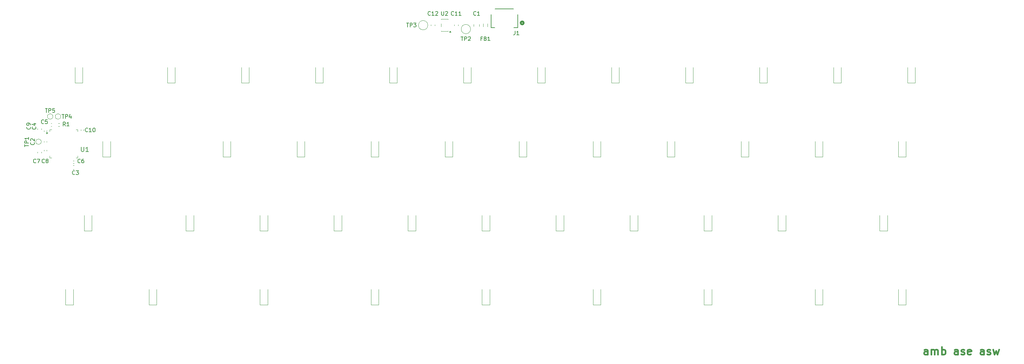
<source format=gbr>
%TF.GenerationSoftware,KiCad,Pcbnew,9.99.0-5522-g400384cf72*%
%TF.CreationDate,2026-02-12T00:01:38-08:00*%
%TF.ProjectId,amb-kb,616d622d-6b62-42e6-9b69-6361645f7063,rev?*%
%TF.SameCoordinates,Original*%
%TF.FileFunction,Legend,Top*%
%TF.FilePolarity,Positive*%
%FSLAX46Y46*%
G04 Gerber Fmt 4.6, Leading zero omitted, Abs format (unit mm)*
G04 Created by KiCad (PCBNEW 9.99.0-5522-g400384cf72) date 2026-02-12 00:01:38*
%MOMM*%
%LPD*%
G01*
G04 APERTURE LIST*
%ADD10C,0.400000*%
%ADD11C,0.180000*%
%ADD12C,0.200000*%
%ADD13C,0.120000*%
%ADD14C,0.152400*%
%ADD15C,0.508000*%
G04 APERTURE END LIST*
D10*
X255922916Y-142104139D02*
X255922916Y-141056520D01*
X255922916Y-141056520D02*
X255827678Y-140866043D01*
X255827678Y-140866043D02*
X255637202Y-140770805D01*
X255637202Y-140770805D02*
X255256249Y-140770805D01*
X255256249Y-140770805D02*
X255065773Y-140866043D01*
X255922916Y-142008901D02*
X255732440Y-142104139D01*
X255732440Y-142104139D02*
X255256249Y-142104139D01*
X255256249Y-142104139D02*
X255065773Y-142008901D01*
X255065773Y-142008901D02*
X254970535Y-141818424D01*
X254970535Y-141818424D02*
X254970535Y-141627948D01*
X254970535Y-141627948D02*
X255065773Y-141437472D01*
X255065773Y-141437472D02*
X255256249Y-141342234D01*
X255256249Y-141342234D02*
X255732440Y-141342234D01*
X255732440Y-141342234D02*
X255922916Y-141246996D01*
X256875297Y-142104139D02*
X256875297Y-140770805D01*
X256875297Y-140961281D02*
X256970535Y-140866043D01*
X256970535Y-140866043D02*
X257161011Y-140770805D01*
X257161011Y-140770805D02*
X257446726Y-140770805D01*
X257446726Y-140770805D02*
X257637202Y-140866043D01*
X257637202Y-140866043D02*
X257732440Y-141056520D01*
X257732440Y-141056520D02*
X257732440Y-142104139D01*
X257732440Y-141056520D02*
X257827678Y-140866043D01*
X257827678Y-140866043D02*
X258018154Y-140770805D01*
X258018154Y-140770805D02*
X258303868Y-140770805D01*
X258303868Y-140770805D02*
X258494345Y-140866043D01*
X258494345Y-140866043D02*
X258589583Y-141056520D01*
X258589583Y-141056520D02*
X258589583Y-142104139D01*
X259541964Y-142104139D02*
X259541964Y-140104139D01*
X259541964Y-140866043D02*
X259732440Y-140770805D01*
X259732440Y-140770805D02*
X260113393Y-140770805D01*
X260113393Y-140770805D02*
X260303869Y-140866043D01*
X260303869Y-140866043D02*
X260399107Y-140961281D01*
X260399107Y-140961281D02*
X260494345Y-141151758D01*
X260494345Y-141151758D02*
X260494345Y-141723186D01*
X260494345Y-141723186D02*
X260399107Y-141913662D01*
X260399107Y-141913662D02*
X260303869Y-142008901D01*
X260303869Y-142008901D02*
X260113393Y-142104139D01*
X260113393Y-142104139D02*
X259732440Y-142104139D01*
X259732440Y-142104139D02*
X259541964Y-142008901D01*
X263732441Y-142104139D02*
X263732441Y-141056520D01*
X263732441Y-141056520D02*
X263637203Y-140866043D01*
X263637203Y-140866043D02*
X263446727Y-140770805D01*
X263446727Y-140770805D02*
X263065774Y-140770805D01*
X263065774Y-140770805D02*
X262875298Y-140866043D01*
X263732441Y-142008901D02*
X263541965Y-142104139D01*
X263541965Y-142104139D02*
X263065774Y-142104139D01*
X263065774Y-142104139D02*
X262875298Y-142008901D01*
X262875298Y-142008901D02*
X262780060Y-141818424D01*
X262780060Y-141818424D02*
X262780060Y-141627948D01*
X262780060Y-141627948D02*
X262875298Y-141437472D01*
X262875298Y-141437472D02*
X263065774Y-141342234D01*
X263065774Y-141342234D02*
X263541965Y-141342234D01*
X263541965Y-141342234D02*
X263732441Y-141246996D01*
X264589584Y-142008901D02*
X264780060Y-142104139D01*
X264780060Y-142104139D02*
X265161012Y-142104139D01*
X265161012Y-142104139D02*
X265351489Y-142008901D01*
X265351489Y-142008901D02*
X265446727Y-141818424D01*
X265446727Y-141818424D02*
X265446727Y-141723186D01*
X265446727Y-141723186D02*
X265351489Y-141532710D01*
X265351489Y-141532710D02*
X265161012Y-141437472D01*
X265161012Y-141437472D02*
X264875298Y-141437472D01*
X264875298Y-141437472D02*
X264684822Y-141342234D01*
X264684822Y-141342234D02*
X264589584Y-141151758D01*
X264589584Y-141151758D02*
X264589584Y-141056520D01*
X264589584Y-141056520D02*
X264684822Y-140866043D01*
X264684822Y-140866043D02*
X264875298Y-140770805D01*
X264875298Y-140770805D02*
X265161012Y-140770805D01*
X265161012Y-140770805D02*
X265351489Y-140866043D01*
X267065775Y-142008901D02*
X266875299Y-142104139D01*
X266875299Y-142104139D02*
X266494346Y-142104139D01*
X266494346Y-142104139D02*
X266303870Y-142008901D01*
X266303870Y-142008901D02*
X266208632Y-141818424D01*
X266208632Y-141818424D02*
X266208632Y-141056520D01*
X266208632Y-141056520D02*
X266303870Y-140866043D01*
X266303870Y-140866043D02*
X266494346Y-140770805D01*
X266494346Y-140770805D02*
X266875299Y-140770805D01*
X266875299Y-140770805D02*
X267065775Y-140866043D01*
X267065775Y-140866043D02*
X267161013Y-141056520D01*
X267161013Y-141056520D02*
X267161013Y-141246996D01*
X267161013Y-141246996D02*
X266208632Y-141437472D01*
X270399109Y-142104139D02*
X270399109Y-141056520D01*
X270399109Y-141056520D02*
X270303871Y-140866043D01*
X270303871Y-140866043D02*
X270113395Y-140770805D01*
X270113395Y-140770805D02*
X269732442Y-140770805D01*
X269732442Y-140770805D02*
X269541966Y-140866043D01*
X270399109Y-142008901D02*
X270208633Y-142104139D01*
X270208633Y-142104139D02*
X269732442Y-142104139D01*
X269732442Y-142104139D02*
X269541966Y-142008901D01*
X269541966Y-142008901D02*
X269446728Y-141818424D01*
X269446728Y-141818424D02*
X269446728Y-141627948D01*
X269446728Y-141627948D02*
X269541966Y-141437472D01*
X269541966Y-141437472D02*
X269732442Y-141342234D01*
X269732442Y-141342234D02*
X270208633Y-141342234D01*
X270208633Y-141342234D02*
X270399109Y-141246996D01*
X271256252Y-142008901D02*
X271446728Y-142104139D01*
X271446728Y-142104139D02*
X271827680Y-142104139D01*
X271827680Y-142104139D02*
X272018157Y-142008901D01*
X272018157Y-142008901D02*
X272113395Y-141818424D01*
X272113395Y-141818424D02*
X272113395Y-141723186D01*
X272113395Y-141723186D02*
X272018157Y-141532710D01*
X272018157Y-141532710D02*
X271827680Y-141437472D01*
X271827680Y-141437472D02*
X271541966Y-141437472D01*
X271541966Y-141437472D02*
X271351490Y-141342234D01*
X271351490Y-141342234D02*
X271256252Y-141151758D01*
X271256252Y-141151758D02*
X271256252Y-141056520D01*
X271256252Y-141056520D02*
X271351490Y-140866043D01*
X271351490Y-140866043D02*
X271541966Y-140770805D01*
X271541966Y-140770805D02*
X271827680Y-140770805D01*
X271827680Y-140770805D02*
X272018157Y-140866043D01*
X272780062Y-140770805D02*
X273161014Y-142104139D01*
X273161014Y-142104139D02*
X273541967Y-141151758D01*
X273541967Y-141151758D02*
X273922919Y-142104139D01*
X273922919Y-142104139D02*
X274303871Y-140770805D01*
D11*
X149756250Y-58752960D02*
X149756250Y-59467245D01*
X149756250Y-59467245D02*
X149708631Y-59610102D01*
X149708631Y-59610102D02*
X149613393Y-59705341D01*
X149613393Y-59705341D02*
X149470536Y-59752960D01*
X149470536Y-59752960D02*
X149375298Y-59752960D01*
X150756250Y-59752960D02*
X150184822Y-59752960D01*
X150470536Y-59752960D02*
X150470536Y-58752960D01*
X150470536Y-58752960D02*
X150375298Y-58895817D01*
X150375298Y-58895817D02*
X150280060Y-58991055D01*
X150280060Y-58991055D02*
X150184822Y-59038674D01*
X26347604Y-83466367D02*
X26395224Y-83513986D01*
X26395224Y-83513986D02*
X26442843Y-83656843D01*
X26442843Y-83656843D02*
X26442843Y-83752081D01*
X26442843Y-83752081D02*
X26395224Y-83894938D01*
X26395224Y-83894938D02*
X26299985Y-83990176D01*
X26299985Y-83990176D02*
X26204747Y-84037795D01*
X26204747Y-84037795D02*
X26014271Y-84085414D01*
X26014271Y-84085414D02*
X25871414Y-84085414D01*
X25871414Y-84085414D02*
X25680938Y-84037795D01*
X25680938Y-84037795D02*
X25585700Y-83990176D01*
X25585700Y-83990176D02*
X25490462Y-83894938D01*
X25490462Y-83894938D02*
X25442843Y-83752081D01*
X25442843Y-83752081D02*
X25442843Y-83656843D01*
X25442843Y-83656843D02*
X25490462Y-83513986D01*
X25490462Y-83513986D02*
X25538081Y-83466367D01*
X25776176Y-82609224D02*
X26442843Y-82609224D01*
X25395224Y-82847319D02*
X26109509Y-83085414D01*
X26109509Y-83085414D02*
X26109509Y-82466367D01*
D12*
X38075298Y-88644443D02*
X38075298Y-89615872D01*
X38075298Y-89615872D02*
X38132441Y-89730158D01*
X38132441Y-89730158D02*
X38189584Y-89787301D01*
X38189584Y-89787301D02*
X38303869Y-89844443D01*
X38303869Y-89844443D02*
X38532441Y-89844443D01*
X38532441Y-89844443D02*
X38646726Y-89787301D01*
X38646726Y-89787301D02*
X38703869Y-89730158D01*
X38703869Y-89730158D02*
X38761012Y-89615872D01*
X38761012Y-89615872D02*
X38761012Y-88644443D01*
X39961012Y-89844443D02*
X39275298Y-89844443D01*
X39618155Y-89844443D02*
X39618155Y-88644443D01*
X39618155Y-88644443D02*
X39503869Y-88815872D01*
X39503869Y-88815872D02*
X39389584Y-88930158D01*
X39389584Y-88930158D02*
X39275298Y-88987301D01*
D11*
X135827679Y-60252960D02*
X136399107Y-60252960D01*
X136113393Y-61252960D02*
X136113393Y-60252960D01*
X136732441Y-61252960D02*
X136732441Y-60252960D01*
X136732441Y-60252960D02*
X137113393Y-60252960D01*
X137113393Y-60252960D02*
X137208631Y-60300579D01*
X137208631Y-60300579D02*
X137256250Y-60348198D01*
X137256250Y-60348198D02*
X137303869Y-60443436D01*
X137303869Y-60443436D02*
X137303869Y-60586293D01*
X137303869Y-60586293D02*
X137256250Y-60681531D01*
X137256250Y-60681531D02*
X137208631Y-60729150D01*
X137208631Y-60729150D02*
X137113393Y-60776769D01*
X137113393Y-60776769D02*
X136732441Y-60776769D01*
X137684822Y-60348198D02*
X137732441Y-60300579D01*
X137732441Y-60300579D02*
X137827679Y-60252960D01*
X137827679Y-60252960D02*
X138065774Y-60252960D01*
X138065774Y-60252960D02*
X138161012Y-60300579D01*
X138161012Y-60300579D02*
X138208631Y-60348198D01*
X138208631Y-60348198D02*
X138256250Y-60443436D01*
X138256250Y-60443436D02*
X138256250Y-60538674D01*
X138256250Y-60538674D02*
X138208631Y-60681531D01*
X138208631Y-60681531D02*
X137637203Y-61252960D01*
X137637203Y-61252960D02*
X138256250Y-61252960D01*
X37822917Y-92657721D02*
X37775298Y-92705341D01*
X37775298Y-92705341D02*
X37632441Y-92752960D01*
X37632441Y-92752960D02*
X37537203Y-92752960D01*
X37537203Y-92752960D02*
X37394346Y-92705341D01*
X37394346Y-92705341D02*
X37299108Y-92610102D01*
X37299108Y-92610102D02*
X37251489Y-92514864D01*
X37251489Y-92514864D02*
X37203870Y-92324388D01*
X37203870Y-92324388D02*
X37203870Y-92181531D01*
X37203870Y-92181531D02*
X37251489Y-91991055D01*
X37251489Y-91991055D02*
X37299108Y-91895817D01*
X37299108Y-91895817D02*
X37394346Y-91800579D01*
X37394346Y-91800579D02*
X37537203Y-91752960D01*
X37537203Y-91752960D02*
X37632441Y-91752960D01*
X37632441Y-91752960D02*
X37775298Y-91800579D01*
X37775298Y-91800579D02*
X37822917Y-91848198D01*
X38680060Y-91752960D02*
X38489584Y-91752960D01*
X38489584Y-91752960D02*
X38394346Y-91800579D01*
X38394346Y-91800579D02*
X38346727Y-91848198D01*
X38346727Y-91848198D02*
X38251489Y-91991055D01*
X38251489Y-91991055D02*
X38203870Y-92181531D01*
X38203870Y-92181531D02*
X38203870Y-92562483D01*
X38203870Y-92562483D02*
X38251489Y-92657721D01*
X38251489Y-92657721D02*
X38299108Y-92705341D01*
X38299108Y-92705341D02*
X38394346Y-92752960D01*
X38394346Y-92752960D02*
X38584822Y-92752960D01*
X38584822Y-92752960D02*
X38680060Y-92705341D01*
X38680060Y-92705341D02*
X38727679Y-92657721D01*
X38727679Y-92657721D02*
X38775298Y-92562483D01*
X38775298Y-92562483D02*
X38775298Y-92324388D01*
X38775298Y-92324388D02*
X38727679Y-92229150D01*
X38727679Y-92229150D02*
X38680060Y-92181531D01*
X38680060Y-92181531D02*
X38584822Y-92133912D01*
X38584822Y-92133912D02*
X38394346Y-92133912D01*
X38394346Y-92133912D02*
X38299108Y-92181531D01*
X38299108Y-92181531D02*
X38251489Y-92229150D01*
X38251489Y-92229150D02*
X38203870Y-92324388D01*
X33127679Y-80252960D02*
X33699107Y-80252960D01*
X33413393Y-81252960D02*
X33413393Y-80252960D01*
X34032441Y-81252960D02*
X34032441Y-80252960D01*
X34032441Y-80252960D02*
X34413393Y-80252960D01*
X34413393Y-80252960D02*
X34508631Y-80300579D01*
X34508631Y-80300579D02*
X34556250Y-80348198D01*
X34556250Y-80348198D02*
X34603869Y-80443436D01*
X34603869Y-80443436D02*
X34603869Y-80586293D01*
X34603869Y-80586293D02*
X34556250Y-80681531D01*
X34556250Y-80681531D02*
X34508631Y-80729150D01*
X34508631Y-80729150D02*
X34413393Y-80776769D01*
X34413393Y-80776769D02*
X34032441Y-80776769D01*
X35461012Y-80586293D02*
X35461012Y-81252960D01*
X35222917Y-80205341D02*
X34984822Y-80919626D01*
X34984822Y-80919626D02*
X35603869Y-80919626D01*
X139672917Y-54657721D02*
X139625298Y-54705341D01*
X139625298Y-54705341D02*
X139482441Y-54752960D01*
X139482441Y-54752960D02*
X139387203Y-54752960D01*
X139387203Y-54752960D02*
X139244346Y-54705341D01*
X139244346Y-54705341D02*
X139149108Y-54610102D01*
X139149108Y-54610102D02*
X139101489Y-54514864D01*
X139101489Y-54514864D02*
X139053870Y-54324388D01*
X139053870Y-54324388D02*
X139053870Y-54181531D01*
X139053870Y-54181531D02*
X139101489Y-53991055D01*
X139101489Y-53991055D02*
X139149108Y-53895817D01*
X139149108Y-53895817D02*
X139244346Y-53800579D01*
X139244346Y-53800579D02*
X139387203Y-53752960D01*
X139387203Y-53752960D02*
X139482441Y-53752960D01*
X139482441Y-53752960D02*
X139625298Y-53800579D01*
X139625298Y-53800579D02*
X139672917Y-53848198D01*
X140625298Y-54752960D02*
X140053870Y-54752960D01*
X140339584Y-54752960D02*
X140339584Y-53752960D01*
X140339584Y-53752960D02*
X140244346Y-53895817D01*
X140244346Y-53895817D02*
X140149108Y-53991055D01*
X140149108Y-53991055D02*
X140053870Y-54038674D01*
X34022917Y-83252960D02*
X33689584Y-82776769D01*
X33451489Y-83252960D02*
X33451489Y-82252960D01*
X33451489Y-82252960D02*
X33832441Y-82252960D01*
X33832441Y-82252960D02*
X33927679Y-82300579D01*
X33927679Y-82300579D02*
X33975298Y-82348198D01*
X33975298Y-82348198D02*
X34022917Y-82443436D01*
X34022917Y-82443436D02*
X34022917Y-82586293D01*
X34022917Y-82586293D02*
X33975298Y-82681531D01*
X33975298Y-82681531D02*
X33927679Y-82729150D01*
X33927679Y-82729150D02*
X33832441Y-82776769D01*
X33832441Y-82776769D02*
X33451489Y-82776769D01*
X34975298Y-83252960D02*
X34403870Y-83252960D01*
X34689584Y-83252960D02*
X34689584Y-82252960D01*
X34689584Y-82252960D02*
X34594346Y-82395817D01*
X34594346Y-82395817D02*
X34499108Y-82491055D01*
X34499108Y-82491055D02*
X34403870Y-82538674D01*
X127946726Y-54657721D02*
X127899107Y-54705341D01*
X127899107Y-54705341D02*
X127756250Y-54752960D01*
X127756250Y-54752960D02*
X127661012Y-54752960D01*
X127661012Y-54752960D02*
X127518155Y-54705341D01*
X127518155Y-54705341D02*
X127422917Y-54610102D01*
X127422917Y-54610102D02*
X127375298Y-54514864D01*
X127375298Y-54514864D02*
X127327679Y-54324388D01*
X127327679Y-54324388D02*
X127327679Y-54181531D01*
X127327679Y-54181531D02*
X127375298Y-53991055D01*
X127375298Y-53991055D02*
X127422917Y-53895817D01*
X127422917Y-53895817D02*
X127518155Y-53800579D01*
X127518155Y-53800579D02*
X127661012Y-53752960D01*
X127661012Y-53752960D02*
X127756250Y-53752960D01*
X127756250Y-53752960D02*
X127899107Y-53800579D01*
X127899107Y-53800579D02*
X127946726Y-53848198D01*
X128899107Y-54752960D02*
X128327679Y-54752960D01*
X128613393Y-54752960D02*
X128613393Y-53752960D01*
X128613393Y-53752960D02*
X128518155Y-53895817D01*
X128518155Y-53895817D02*
X128422917Y-53991055D01*
X128422917Y-53991055D02*
X128327679Y-54038674D01*
X129280060Y-53848198D02*
X129327679Y-53800579D01*
X129327679Y-53800579D02*
X129422917Y-53752960D01*
X129422917Y-53752960D02*
X129661012Y-53752960D01*
X129661012Y-53752960D02*
X129756250Y-53800579D01*
X129756250Y-53800579D02*
X129803869Y-53848198D01*
X129803869Y-53848198D02*
X129851488Y-53943436D01*
X129851488Y-53943436D02*
X129851488Y-54038674D01*
X129851488Y-54038674D02*
X129803869Y-54181531D01*
X129803869Y-54181531D02*
X129232441Y-54752960D01*
X129232441Y-54752960D02*
X129851488Y-54752960D01*
X133946726Y-54657721D02*
X133899107Y-54705341D01*
X133899107Y-54705341D02*
X133756250Y-54752960D01*
X133756250Y-54752960D02*
X133661012Y-54752960D01*
X133661012Y-54752960D02*
X133518155Y-54705341D01*
X133518155Y-54705341D02*
X133422917Y-54610102D01*
X133422917Y-54610102D02*
X133375298Y-54514864D01*
X133375298Y-54514864D02*
X133327679Y-54324388D01*
X133327679Y-54324388D02*
X133327679Y-54181531D01*
X133327679Y-54181531D02*
X133375298Y-53991055D01*
X133375298Y-53991055D02*
X133422917Y-53895817D01*
X133422917Y-53895817D02*
X133518155Y-53800579D01*
X133518155Y-53800579D02*
X133661012Y-53752960D01*
X133661012Y-53752960D02*
X133756250Y-53752960D01*
X133756250Y-53752960D02*
X133899107Y-53800579D01*
X133899107Y-53800579D02*
X133946726Y-53848198D01*
X134899107Y-54752960D02*
X134327679Y-54752960D01*
X134613393Y-54752960D02*
X134613393Y-53752960D01*
X134613393Y-53752960D02*
X134518155Y-53895817D01*
X134518155Y-53895817D02*
X134422917Y-53991055D01*
X134422917Y-53991055D02*
X134327679Y-54038674D01*
X135851488Y-54752960D02*
X135280060Y-54752960D01*
X135565774Y-54752960D02*
X135565774Y-53752960D01*
X135565774Y-53752960D02*
X135470536Y-53895817D01*
X135470536Y-53895817D02*
X135375298Y-53991055D01*
X135375298Y-53991055D02*
X135280060Y-54038674D01*
X141256250Y-60729150D02*
X140922917Y-60729150D01*
X140922917Y-61252960D02*
X140922917Y-60252960D01*
X140922917Y-60252960D02*
X141399107Y-60252960D01*
X142113393Y-60729150D02*
X142256250Y-60776769D01*
X142256250Y-60776769D02*
X142303869Y-60824388D01*
X142303869Y-60824388D02*
X142351488Y-60919626D01*
X142351488Y-60919626D02*
X142351488Y-61062483D01*
X142351488Y-61062483D02*
X142303869Y-61157721D01*
X142303869Y-61157721D02*
X142256250Y-61205341D01*
X142256250Y-61205341D02*
X142161012Y-61252960D01*
X142161012Y-61252960D02*
X141780060Y-61252960D01*
X141780060Y-61252960D02*
X141780060Y-60252960D01*
X141780060Y-60252960D02*
X142113393Y-60252960D01*
X142113393Y-60252960D02*
X142208631Y-60300579D01*
X142208631Y-60300579D02*
X142256250Y-60348198D01*
X142256250Y-60348198D02*
X142303869Y-60443436D01*
X142303869Y-60443436D02*
X142303869Y-60538674D01*
X142303869Y-60538674D02*
X142256250Y-60633912D01*
X142256250Y-60633912D02*
X142208631Y-60681531D01*
X142208631Y-60681531D02*
X142113393Y-60729150D01*
X142113393Y-60729150D02*
X141780060Y-60729150D01*
X143303869Y-61252960D02*
X142732441Y-61252960D01*
X143018155Y-61252960D02*
X143018155Y-60252960D01*
X143018155Y-60252960D02*
X142922917Y-60395817D01*
X142922917Y-60395817D02*
X142827679Y-60491055D01*
X142827679Y-60491055D02*
X142732441Y-60538674D01*
X39746726Y-84657721D02*
X39699107Y-84705341D01*
X39699107Y-84705341D02*
X39556250Y-84752960D01*
X39556250Y-84752960D02*
X39461012Y-84752960D01*
X39461012Y-84752960D02*
X39318155Y-84705341D01*
X39318155Y-84705341D02*
X39222917Y-84610102D01*
X39222917Y-84610102D02*
X39175298Y-84514864D01*
X39175298Y-84514864D02*
X39127679Y-84324388D01*
X39127679Y-84324388D02*
X39127679Y-84181531D01*
X39127679Y-84181531D02*
X39175298Y-83991055D01*
X39175298Y-83991055D02*
X39222917Y-83895817D01*
X39222917Y-83895817D02*
X39318155Y-83800579D01*
X39318155Y-83800579D02*
X39461012Y-83752960D01*
X39461012Y-83752960D02*
X39556250Y-83752960D01*
X39556250Y-83752960D02*
X39699107Y-83800579D01*
X39699107Y-83800579D02*
X39746726Y-83848198D01*
X40699107Y-84752960D02*
X40127679Y-84752960D01*
X40413393Y-84752960D02*
X40413393Y-83752960D01*
X40413393Y-83752960D02*
X40318155Y-83895817D01*
X40318155Y-83895817D02*
X40222917Y-83991055D01*
X40222917Y-83991055D02*
X40127679Y-84038674D01*
X41318155Y-83752960D02*
X41413393Y-83752960D01*
X41413393Y-83752960D02*
X41508631Y-83800579D01*
X41508631Y-83800579D02*
X41556250Y-83848198D01*
X41556250Y-83848198D02*
X41603869Y-83943436D01*
X41603869Y-83943436D02*
X41651488Y-84133912D01*
X41651488Y-84133912D02*
X41651488Y-84372007D01*
X41651488Y-84372007D02*
X41603869Y-84562483D01*
X41603869Y-84562483D02*
X41556250Y-84657721D01*
X41556250Y-84657721D02*
X41508631Y-84705341D01*
X41508631Y-84705341D02*
X41413393Y-84752960D01*
X41413393Y-84752960D02*
X41318155Y-84752960D01*
X41318155Y-84752960D02*
X41222917Y-84705341D01*
X41222917Y-84705341D02*
X41175298Y-84657721D01*
X41175298Y-84657721D02*
X41127679Y-84562483D01*
X41127679Y-84562483D02*
X41080060Y-84372007D01*
X41080060Y-84372007D02*
X41080060Y-84133912D01*
X41080060Y-84133912D02*
X41127679Y-83943436D01*
X41127679Y-83943436D02*
X41175298Y-83848198D01*
X41175298Y-83848198D02*
X41222917Y-83800579D01*
X41222917Y-83800579D02*
X41318155Y-83752960D01*
X121827679Y-56752960D02*
X122399107Y-56752960D01*
X122113393Y-57752960D02*
X122113393Y-56752960D01*
X122732441Y-57752960D02*
X122732441Y-56752960D01*
X122732441Y-56752960D02*
X123113393Y-56752960D01*
X123113393Y-56752960D02*
X123208631Y-56800579D01*
X123208631Y-56800579D02*
X123256250Y-56848198D01*
X123256250Y-56848198D02*
X123303869Y-56943436D01*
X123303869Y-56943436D02*
X123303869Y-57086293D01*
X123303869Y-57086293D02*
X123256250Y-57181531D01*
X123256250Y-57181531D02*
X123208631Y-57229150D01*
X123208631Y-57229150D02*
X123113393Y-57276769D01*
X123113393Y-57276769D02*
X122732441Y-57276769D01*
X123637203Y-56752960D02*
X124256250Y-56752960D01*
X124256250Y-56752960D02*
X123922917Y-57133912D01*
X123922917Y-57133912D02*
X124065774Y-57133912D01*
X124065774Y-57133912D02*
X124161012Y-57181531D01*
X124161012Y-57181531D02*
X124208631Y-57229150D01*
X124208631Y-57229150D02*
X124256250Y-57324388D01*
X124256250Y-57324388D02*
X124256250Y-57562483D01*
X124256250Y-57562483D02*
X124208631Y-57657721D01*
X124208631Y-57657721D02*
X124161012Y-57705341D01*
X124161012Y-57705341D02*
X124065774Y-57752960D01*
X124065774Y-57752960D02*
X123780060Y-57752960D01*
X123780060Y-57752960D02*
X123684822Y-57705341D01*
X123684822Y-57705341D02*
X123637203Y-57657721D01*
X28622917Y-92657721D02*
X28575298Y-92705341D01*
X28575298Y-92705341D02*
X28432441Y-92752960D01*
X28432441Y-92752960D02*
X28337203Y-92752960D01*
X28337203Y-92752960D02*
X28194346Y-92705341D01*
X28194346Y-92705341D02*
X28099108Y-92610102D01*
X28099108Y-92610102D02*
X28051489Y-92514864D01*
X28051489Y-92514864D02*
X28003870Y-92324388D01*
X28003870Y-92324388D02*
X28003870Y-92181531D01*
X28003870Y-92181531D02*
X28051489Y-91991055D01*
X28051489Y-91991055D02*
X28099108Y-91895817D01*
X28099108Y-91895817D02*
X28194346Y-91800579D01*
X28194346Y-91800579D02*
X28337203Y-91752960D01*
X28337203Y-91752960D02*
X28432441Y-91752960D01*
X28432441Y-91752960D02*
X28575298Y-91800579D01*
X28575298Y-91800579D02*
X28622917Y-91848198D01*
X29194346Y-92181531D02*
X29099108Y-92133912D01*
X29099108Y-92133912D02*
X29051489Y-92086293D01*
X29051489Y-92086293D02*
X29003870Y-91991055D01*
X29003870Y-91991055D02*
X29003870Y-91943436D01*
X29003870Y-91943436D02*
X29051489Y-91848198D01*
X29051489Y-91848198D02*
X29099108Y-91800579D01*
X29099108Y-91800579D02*
X29194346Y-91752960D01*
X29194346Y-91752960D02*
X29384822Y-91752960D01*
X29384822Y-91752960D02*
X29480060Y-91800579D01*
X29480060Y-91800579D02*
X29527679Y-91848198D01*
X29527679Y-91848198D02*
X29575298Y-91943436D01*
X29575298Y-91943436D02*
X29575298Y-91991055D01*
X29575298Y-91991055D02*
X29527679Y-92086293D01*
X29527679Y-92086293D02*
X29480060Y-92133912D01*
X29480060Y-92133912D02*
X29384822Y-92181531D01*
X29384822Y-92181531D02*
X29194346Y-92181531D01*
X29194346Y-92181531D02*
X29099108Y-92229150D01*
X29099108Y-92229150D02*
X29051489Y-92276769D01*
X29051489Y-92276769D02*
X29003870Y-92372007D01*
X29003870Y-92372007D02*
X29003870Y-92562483D01*
X29003870Y-92562483D02*
X29051489Y-92657721D01*
X29051489Y-92657721D02*
X29099108Y-92705341D01*
X29099108Y-92705341D02*
X29194346Y-92752960D01*
X29194346Y-92752960D02*
X29384822Y-92752960D01*
X29384822Y-92752960D02*
X29480060Y-92705341D01*
X29480060Y-92705341D02*
X29527679Y-92657721D01*
X29527679Y-92657721D02*
X29575298Y-92562483D01*
X29575298Y-92562483D02*
X29575298Y-92372007D01*
X29575298Y-92372007D02*
X29527679Y-92276769D01*
X29527679Y-92276769D02*
X29480060Y-92229150D01*
X29480060Y-92229150D02*
X29384822Y-92181531D01*
X25947604Y-87466367D02*
X25995224Y-87513986D01*
X25995224Y-87513986D02*
X26042843Y-87656843D01*
X26042843Y-87656843D02*
X26042843Y-87752081D01*
X26042843Y-87752081D02*
X25995224Y-87894938D01*
X25995224Y-87894938D02*
X25899985Y-87990176D01*
X25899985Y-87990176D02*
X25804747Y-88037795D01*
X25804747Y-88037795D02*
X25614271Y-88085414D01*
X25614271Y-88085414D02*
X25471414Y-88085414D01*
X25471414Y-88085414D02*
X25280938Y-88037795D01*
X25280938Y-88037795D02*
X25185700Y-87990176D01*
X25185700Y-87990176D02*
X25090462Y-87894938D01*
X25090462Y-87894938D02*
X25042843Y-87752081D01*
X25042843Y-87752081D02*
X25042843Y-87656843D01*
X25042843Y-87656843D02*
X25090462Y-87513986D01*
X25090462Y-87513986D02*
X25138081Y-87466367D01*
X25138081Y-87085414D02*
X25090462Y-87037795D01*
X25090462Y-87037795D02*
X25042843Y-86942557D01*
X25042843Y-86942557D02*
X25042843Y-86704462D01*
X25042843Y-86704462D02*
X25090462Y-86609224D01*
X25090462Y-86609224D02*
X25138081Y-86561605D01*
X25138081Y-86561605D02*
X25233319Y-86513986D01*
X25233319Y-86513986D02*
X25328557Y-86513986D01*
X25328557Y-86513986D02*
X25471414Y-86561605D01*
X25471414Y-86561605D02*
X26042843Y-87133033D01*
X26042843Y-87133033D02*
X26042843Y-86513986D01*
X28827679Y-78752960D02*
X29399107Y-78752960D01*
X29113393Y-79752960D02*
X29113393Y-78752960D01*
X29732441Y-79752960D02*
X29732441Y-78752960D01*
X29732441Y-78752960D02*
X30113393Y-78752960D01*
X30113393Y-78752960D02*
X30208631Y-78800579D01*
X30208631Y-78800579D02*
X30256250Y-78848198D01*
X30256250Y-78848198D02*
X30303869Y-78943436D01*
X30303869Y-78943436D02*
X30303869Y-79086293D01*
X30303869Y-79086293D02*
X30256250Y-79181531D01*
X30256250Y-79181531D02*
X30208631Y-79229150D01*
X30208631Y-79229150D02*
X30113393Y-79276769D01*
X30113393Y-79276769D02*
X29732441Y-79276769D01*
X31208631Y-78752960D02*
X30732441Y-78752960D01*
X30732441Y-78752960D02*
X30684822Y-79229150D01*
X30684822Y-79229150D02*
X30732441Y-79181531D01*
X30732441Y-79181531D02*
X30827679Y-79133912D01*
X30827679Y-79133912D02*
X31065774Y-79133912D01*
X31065774Y-79133912D02*
X31161012Y-79181531D01*
X31161012Y-79181531D02*
X31208631Y-79229150D01*
X31208631Y-79229150D02*
X31256250Y-79324388D01*
X31256250Y-79324388D02*
X31256250Y-79562483D01*
X31256250Y-79562483D02*
X31208631Y-79657721D01*
X31208631Y-79657721D02*
X31161012Y-79705341D01*
X31161012Y-79705341D02*
X31065774Y-79752960D01*
X31065774Y-79752960D02*
X30827679Y-79752960D01*
X30827679Y-79752960D02*
X30732441Y-79705341D01*
X30732441Y-79705341D02*
X30684822Y-79657721D01*
X26422917Y-92657721D02*
X26375298Y-92705341D01*
X26375298Y-92705341D02*
X26232441Y-92752960D01*
X26232441Y-92752960D02*
X26137203Y-92752960D01*
X26137203Y-92752960D02*
X25994346Y-92705341D01*
X25994346Y-92705341D02*
X25899108Y-92610102D01*
X25899108Y-92610102D02*
X25851489Y-92514864D01*
X25851489Y-92514864D02*
X25803870Y-92324388D01*
X25803870Y-92324388D02*
X25803870Y-92181531D01*
X25803870Y-92181531D02*
X25851489Y-91991055D01*
X25851489Y-91991055D02*
X25899108Y-91895817D01*
X25899108Y-91895817D02*
X25994346Y-91800579D01*
X25994346Y-91800579D02*
X26137203Y-91752960D01*
X26137203Y-91752960D02*
X26232441Y-91752960D01*
X26232441Y-91752960D02*
X26375298Y-91800579D01*
X26375298Y-91800579D02*
X26422917Y-91848198D01*
X26756251Y-91752960D02*
X27422917Y-91752960D01*
X27422917Y-91752960D02*
X26994346Y-92752960D01*
X23542843Y-88561605D02*
X23542843Y-87990177D01*
X24542843Y-88275891D02*
X23542843Y-88275891D01*
X24542843Y-87656843D02*
X23542843Y-87656843D01*
X23542843Y-87656843D02*
X23542843Y-87275891D01*
X23542843Y-87275891D02*
X23590462Y-87180653D01*
X23590462Y-87180653D02*
X23638081Y-87133034D01*
X23638081Y-87133034D02*
X23733319Y-87085415D01*
X23733319Y-87085415D02*
X23876176Y-87085415D01*
X23876176Y-87085415D02*
X23971414Y-87133034D01*
X23971414Y-87133034D02*
X24019033Y-87180653D01*
X24019033Y-87180653D02*
X24066652Y-87275891D01*
X24066652Y-87275891D02*
X24066652Y-87656843D01*
X24542843Y-86133034D02*
X24542843Y-86704462D01*
X24542843Y-86418748D02*
X23542843Y-86418748D01*
X23542843Y-86418748D02*
X23685700Y-86513986D01*
X23685700Y-86513986D02*
X23780938Y-86609224D01*
X23780938Y-86609224D02*
X23828557Y-86704462D01*
X28422917Y-82557721D02*
X28375298Y-82605341D01*
X28375298Y-82605341D02*
X28232441Y-82652960D01*
X28232441Y-82652960D02*
X28137203Y-82652960D01*
X28137203Y-82652960D02*
X27994346Y-82605341D01*
X27994346Y-82605341D02*
X27899108Y-82510102D01*
X27899108Y-82510102D02*
X27851489Y-82414864D01*
X27851489Y-82414864D02*
X27803870Y-82224388D01*
X27803870Y-82224388D02*
X27803870Y-82081531D01*
X27803870Y-82081531D02*
X27851489Y-81891055D01*
X27851489Y-81891055D02*
X27899108Y-81795817D01*
X27899108Y-81795817D02*
X27994346Y-81700579D01*
X27994346Y-81700579D02*
X28137203Y-81652960D01*
X28137203Y-81652960D02*
X28232441Y-81652960D01*
X28232441Y-81652960D02*
X28375298Y-81700579D01*
X28375298Y-81700579D02*
X28422917Y-81748198D01*
X29327679Y-81652960D02*
X28851489Y-81652960D01*
X28851489Y-81652960D02*
X28803870Y-82129150D01*
X28803870Y-82129150D02*
X28851489Y-82081531D01*
X28851489Y-82081531D02*
X28946727Y-82033912D01*
X28946727Y-82033912D02*
X29184822Y-82033912D01*
X29184822Y-82033912D02*
X29280060Y-82081531D01*
X29280060Y-82081531D02*
X29327679Y-82129150D01*
X29327679Y-82129150D02*
X29375298Y-82224388D01*
X29375298Y-82224388D02*
X29375298Y-82462483D01*
X29375298Y-82462483D02*
X29327679Y-82557721D01*
X29327679Y-82557721D02*
X29280060Y-82605341D01*
X29280060Y-82605341D02*
X29184822Y-82652960D01*
X29184822Y-82652960D02*
X28946727Y-82652960D01*
X28946727Y-82652960D02*
X28851489Y-82605341D01*
X28851489Y-82605341D02*
X28803870Y-82557721D01*
X36422917Y-95667407D02*
X36375298Y-95715027D01*
X36375298Y-95715027D02*
X36232441Y-95762646D01*
X36232441Y-95762646D02*
X36137203Y-95762646D01*
X36137203Y-95762646D02*
X35994346Y-95715027D01*
X35994346Y-95715027D02*
X35899108Y-95619788D01*
X35899108Y-95619788D02*
X35851489Y-95524550D01*
X35851489Y-95524550D02*
X35803870Y-95334074D01*
X35803870Y-95334074D02*
X35803870Y-95191217D01*
X35803870Y-95191217D02*
X35851489Y-95000741D01*
X35851489Y-95000741D02*
X35899108Y-94905503D01*
X35899108Y-94905503D02*
X35994346Y-94810265D01*
X35994346Y-94810265D02*
X36137203Y-94762646D01*
X36137203Y-94762646D02*
X36232441Y-94762646D01*
X36232441Y-94762646D02*
X36375298Y-94810265D01*
X36375298Y-94810265D02*
X36422917Y-94857884D01*
X36756251Y-94762646D02*
X37375298Y-94762646D01*
X37375298Y-94762646D02*
X37041965Y-95143598D01*
X37041965Y-95143598D02*
X37184822Y-95143598D01*
X37184822Y-95143598D02*
X37280060Y-95191217D01*
X37280060Y-95191217D02*
X37327679Y-95238836D01*
X37327679Y-95238836D02*
X37375298Y-95334074D01*
X37375298Y-95334074D02*
X37375298Y-95572169D01*
X37375298Y-95572169D02*
X37327679Y-95667407D01*
X37327679Y-95667407D02*
X37280060Y-95715027D01*
X37280060Y-95715027D02*
X37184822Y-95762646D01*
X37184822Y-95762646D02*
X36899108Y-95762646D01*
X36899108Y-95762646D02*
X36803870Y-95715027D01*
X36803870Y-95715027D02*
X36756251Y-95667407D01*
X24947604Y-83466367D02*
X24995224Y-83513986D01*
X24995224Y-83513986D02*
X25042843Y-83656843D01*
X25042843Y-83656843D02*
X25042843Y-83752081D01*
X25042843Y-83752081D02*
X24995224Y-83894938D01*
X24995224Y-83894938D02*
X24899985Y-83990176D01*
X24899985Y-83990176D02*
X24804747Y-84037795D01*
X24804747Y-84037795D02*
X24614271Y-84085414D01*
X24614271Y-84085414D02*
X24471414Y-84085414D01*
X24471414Y-84085414D02*
X24280938Y-84037795D01*
X24280938Y-84037795D02*
X24185700Y-83990176D01*
X24185700Y-83990176D02*
X24090462Y-83894938D01*
X24090462Y-83894938D02*
X24042843Y-83752081D01*
X24042843Y-83752081D02*
X24042843Y-83656843D01*
X24042843Y-83656843D02*
X24090462Y-83513986D01*
X24090462Y-83513986D02*
X24138081Y-83466367D01*
X25042843Y-82990176D02*
X25042843Y-82799700D01*
X25042843Y-82799700D02*
X24995224Y-82704462D01*
X24995224Y-82704462D02*
X24947604Y-82656843D01*
X24947604Y-82656843D02*
X24804747Y-82561605D01*
X24804747Y-82561605D02*
X24614271Y-82513986D01*
X24614271Y-82513986D02*
X24233319Y-82513986D01*
X24233319Y-82513986D02*
X24138081Y-82561605D01*
X24138081Y-82561605D02*
X24090462Y-82609224D01*
X24090462Y-82609224D02*
X24042843Y-82704462D01*
X24042843Y-82704462D02*
X24042843Y-82894938D01*
X24042843Y-82894938D02*
X24090462Y-82990176D01*
X24090462Y-82990176D02*
X24138081Y-83037795D01*
X24138081Y-83037795D02*
X24233319Y-83085414D01*
X24233319Y-83085414D02*
X24471414Y-83085414D01*
X24471414Y-83085414D02*
X24566652Y-83037795D01*
X24566652Y-83037795D02*
X24614271Y-82990176D01*
X24614271Y-82990176D02*
X24661890Y-82894938D01*
X24661890Y-82894938D02*
X24661890Y-82704462D01*
X24661890Y-82704462D02*
X24614271Y-82609224D01*
X24614271Y-82609224D02*
X24566652Y-82561605D01*
X24566652Y-82561605D02*
X24471414Y-82513986D01*
X130827679Y-53752960D02*
X130827679Y-54562483D01*
X130827679Y-54562483D02*
X130875298Y-54657721D01*
X130875298Y-54657721D02*
X130922917Y-54705341D01*
X130922917Y-54705341D02*
X131018155Y-54752960D01*
X131018155Y-54752960D02*
X131208631Y-54752960D01*
X131208631Y-54752960D02*
X131303869Y-54705341D01*
X131303869Y-54705341D02*
X131351488Y-54657721D01*
X131351488Y-54657721D02*
X131399107Y-54562483D01*
X131399107Y-54562483D02*
X131399107Y-53752960D01*
X131827679Y-53848198D02*
X131875298Y-53800579D01*
X131875298Y-53800579D02*
X131970536Y-53752960D01*
X131970536Y-53752960D02*
X132208631Y-53752960D01*
X132208631Y-53752960D02*
X132303869Y-53800579D01*
X132303869Y-53800579D02*
X132351488Y-53848198D01*
X132351488Y-53848198D02*
X132399107Y-53943436D01*
X132399107Y-53943436D02*
X132399107Y-54038674D01*
X132399107Y-54038674D02*
X132351488Y-54181531D01*
X132351488Y-54181531D02*
X131780060Y-54752960D01*
X131780060Y-54752960D02*
X132399107Y-54752960D01*
%TO.C,D13*%
D13*
X248377084Y-91209701D02*
X248377084Y-87199701D01*
X248377084Y-91209701D02*
X250377084Y-91209701D01*
X250377084Y-91209701D02*
X250377084Y-87199701D01*
%TO.C,D6*%
X155508334Y-72159701D02*
X155508334Y-68149701D01*
X155508334Y-72159701D02*
X157508334Y-72159701D01*
X157508334Y-72159701D02*
X157508334Y-68149701D01*
%TO.C,D9*%
X98358334Y-72159701D02*
X98358334Y-68149701D01*
X98358334Y-72159701D02*
X100358334Y-72159701D01*
X100358334Y-72159701D02*
X100358334Y-68149701D01*
%TO.C,D26*%
X198370834Y-110259701D02*
X198370834Y-106249701D01*
X198370834Y-110259701D02*
X200370834Y-110259701D01*
X200370834Y-110259701D02*
X200370834Y-106249701D01*
%TO.C,D17*%
X169795834Y-91209701D02*
X169795834Y-87199701D01*
X169795834Y-91209701D02*
X171795834Y-91209701D01*
X171795834Y-91209701D02*
X171795834Y-87199701D01*
%TO.C,D36*%
X226945834Y-129309701D02*
X226945834Y-125299701D01*
X226945834Y-129309701D02*
X228945834Y-129309701D01*
X228945834Y-129309701D02*
X228945834Y-125299701D01*
%TO.C,D3*%
X212658334Y-72159701D02*
X212658334Y-68149701D01*
X212658334Y-72159701D02*
X214658334Y-72159701D01*
X214658334Y-72159701D02*
X214658334Y-68149701D01*
%TO.C,J1*%
D14*
X143554334Y-54557180D02*
X143554334Y-57887101D01*
X143554334Y-57887101D02*
X144545795Y-57887101D01*
X149349406Y-53137302D02*
X144617262Y-53137302D01*
X149420873Y-57887101D02*
X150412334Y-57887101D01*
X150412334Y-57887101D02*
X150412334Y-54557180D01*
D15*
X151964334Y-56712201D02*
G75*
G02*
X151202334Y-56712201I-381000J0D01*
G01*
X151202334Y-56712201D02*
G75*
G02*
X151964334Y-56712201I381000J0D01*
G01*
%TO.C,D15*%
D13*
X207895834Y-91209701D02*
X207895834Y-87199701D01*
X207895834Y-91209701D02*
X209895834Y-91209701D01*
X209895834Y-91209701D02*
X209895834Y-87199701D01*
%TO.C,D8*%
X117408334Y-72159701D02*
X117408334Y-68149701D01*
X117408334Y-72159701D02*
X119408334Y-72159701D01*
X119408334Y-72159701D02*
X119408334Y-68149701D01*
%TO.C,C4*%
X28479584Y-84657537D02*
X28479584Y-84441865D01*
X29199584Y-84657537D02*
X29199584Y-84441865D01*
%TO.C,U1*%
X29979584Y-84189701D02*
X30454584Y-84189701D01*
X29979584Y-84664701D02*
X29979584Y-84189701D01*
X29979584Y-91409701D02*
X29979584Y-90934701D01*
X30454584Y-91409701D02*
X29979584Y-91409701D01*
X36724584Y-84189701D02*
X37199584Y-84189701D01*
X37199584Y-84189701D02*
X37199584Y-84664701D01*
X37199584Y-90934701D02*
X37199584Y-91409701D01*
X37199584Y-91409701D02*
X36724584Y-91409701D01*
X29449584Y-85049701D02*
X29119584Y-85289701D01*
X29119584Y-84809701D01*
X29449584Y-85049701D01*
G36*
X29449584Y-85049701D02*
G01*
X29119584Y-85289701D01*
X29119584Y-84809701D01*
X29449584Y-85049701D01*
G37*
%TO.C,D7*%
X136458334Y-72159701D02*
X136458334Y-68149701D01*
X136458334Y-72159701D02*
X138458334Y-72159701D01*
X138458334Y-72159701D02*
X138458334Y-68149701D01*
%TO.C,D12*%
X36445834Y-72159701D02*
X36445834Y-68149701D01*
X36445834Y-72159701D02*
X38445834Y-72159701D01*
X38445834Y-72159701D02*
X38445834Y-68149701D01*
%TO.C,TP2*%
X138289584Y-58299701D02*
G75*
G02*
X135889584Y-58299701I-1200000J0D01*
G01*
X135889584Y-58299701D02*
G75*
G02*
X138289584Y-58299701I1200000J0D01*
G01*
%TO.C,C6*%
X36197420Y-92189701D02*
X35981748Y-92189701D01*
X36197420Y-92909701D02*
X35981748Y-92909701D01*
%TO.C,D16*%
X188845834Y-91209701D02*
X188845834Y-87199701D01*
X188845834Y-91209701D02*
X190845834Y-91209701D01*
X190845834Y-91209701D02*
X190845834Y-87199701D01*
%TO.C,D22*%
X74545834Y-91209701D02*
X74545834Y-87199701D01*
X74545834Y-91209701D02*
X76545834Y-91209701D01*
X76545834Y-91209701D02*
X76545834Y-87199701D01*
%TO.C,D23*%
X43589584Y-91209701D02*
X43589584Y-87199701D01*
X43589584Y-91209701D02*
X45589584Y-91209701D01*
X45589584Y-91209701D02*
X45589584Y-87199701D01*
%TO.C,D34*%
X38827084Y-110259701D02*
X38827084Y-106249701D01*
X38827084Y-110259701D02*
X40827084Y-110259701D01*
X40827084Y-110259701D02*
X40827084Y-106249701D01*
%TO.C,TP4*%
X32814584Y-80799701D02*
G75*
G02*
X31414584Y-80799701I-700000J0D01*
G01*
X31414584Y-80799701D02*
G75*
G02*
X32814584Y-80799701I700000J0D01*
G01*
%TO.C,D43*%
X34064584Y-129309701D02*
X34064584Y-125299701D01*
X34064584Y-129309701D02*
X36064584Y-129309701D01*
X36064584Y-129309701D02*
X36064584Y-125299701D01*
%TO.C,D40*%
X112645834Y-129309701D02*
X112645834Y-125299701D01*
X112645834Y-129309701D02*
X114645834Y-129309701D01*
X114645834Y-129309701D02*
X114645834Y-125299701D01*
%TO.C,C1*%
X139104584Y-57038449D02*
X139104584Y-57560953D01*
X140574584Y-57038449D02*
X140574584Y-57560953D01*
%TO.C,D11*%
X60258334Y-72159701D02*
X60258334Y-68149701D01*
X60258334Y-72159701D02*
X62258334Y-72159701D01*
X62258334Y-72159701D02*
X62258334Y-68149701D01*
%TO.C,D33*%
X65020834Y-110259701D02*
X65020834Y-106249701D01*
X65020834Y-110259701D02*
X67020834Y-110259701D01*
X67020834Y-110259701D02*
X67020834Y-106249701D01*
%TO.C,D41*%
X84070834Y-129309701D02*
X84070834Y-125299701D01*
X84070834Y-129309701D02*
X86070834Y-129309701D01*
X86070834Y-129309701D02*
X86070834Y-125299701D01*
%TO.C,R1*%
X32505725Y-82575951D02*
X32198443Y-82575951D01*
X32505725Y-83335951D02*
X32198443Y-83335951D01*
%TO.C,C12*%
X128079584Y-57159121D02*
X128079584Y-57440281D01*
X129099584Y-57159121D02*
X129099584Y-57440281D01*
%TO.C,D31*%
X103120834Y-110259701D02*
X103120834Y-106249701D01*
X103120834Y-110259701D02*
X105120834Y-110259701D01*
X105120834Y-110259701D02*
X105120834Y-106249701D01*
%TO.C,C11*%
X134079584Y-57440281D02*
X134079584Y-57159121D01*
X135099584Y-57440281D02*
X135099584Y-57159121D01*
%TO.C,FB1*%
X141529584Y-56900079D02*
X141529584Y-57699323D01*
X142649584Y-56900079D02*
X142649584Y-57699323D01*
%TO.C,C10*%
X37979584Y-84407537D02*
X37979584Y-84191865D01*
X38699584Y-84407537D02*
X38699584Y-84191865D01*
%TO.C,TP3*%
X127289584Y-57299701D02*
G75*
G02*
X124889584Y-57299701I-1200000J0D01*
G01*
X124889584Y-57299701D02*
G75*
G02*
X127289584Y-57299701I1200000J0D01*
G01*
%TO.C,C8*%
X28479584Y-89441865D02*
X28479584Y-89657537D01*
X29199584Y-89441865D02*
X29199584Y-89657537D01*
%TO.C,C2*%
X28479584Y-87407537D02*
X28479584Y-87191865D01*
X29199584Y-87407537D02*
X29199584Y-87191865D01*
%TO.C,D35*%
X248377084Y-129309701D02*
X248377084Y-125299701D01*
X248377084Y-129309701D02*
X250377084Y-129309701D01*
X250377084Y-129309701D02*
X250377084Y-125299701D01*
%TO.C,D39*%
X141220834Y-129309701D02*
X141220834Y-125299701D01*
X141220834Y-129309701D02*
X143220834Y-129309701D01*
X143220834Y-129309701D02*
X143220834Y-125299701D01*
%TO.C,D30*%
X122170834Y-110259701D02*
X122170834Y-106249701D01*
X122170834Y-110259701D02*
X124170834Y-110259701D01*
X124170834Y-110259701D02*
X124170834Y-106249701D01*
%TO.C,D4*%
X193608334Y-72159701D02*
X193608334Y-68149701D01*
X193608334Y-72159701D02*
X195608334Y-72159701D01*
X195608334Y-72159701D02*
X195608334Y-68149701D01*
%TO.C,TP5*%
X30789584Y-80799701D02*
G75*
G02*
X29389584Y-80799701I-700000J0D01*
G01*
X29389584Y-80799701D02*
G75*
G02*
X30789584Y-80799701I700000J0D01*
G01*
%TO.C,D42*%
X55495834Y-129309701D02*
X55495834Y-125299701D01*
X55495834Y-129309701D02*
X57495834Y-129309701D01*
X57495834Y-129309701D02*
X57495834Y-125299701D01*
%TO.C,D2*%
X231708334Y-72159701D02*
X231708334Y-68149701D01*
X231708334Y-72159701D02*
X233708334Y-72159701D01*
X233708334Y-72159701D02*
X233708334Y-68149701D01*
%TO.C,D32*%
X84070834Y-110259701D02*
X84070834Y-106249701D01*
X84070834Y-110259701D02*
X86070834Y-110259701D01*
X86070834Y-110259701D02*
X86070834Y-106249701D01*
%TO.C,D20*%
X112645834Y-91209701D02*
X112645834Y-87199701D01*
X112645834Y-91209701D02*
X114645834Y-91209701D01*
X114645834Y-91209701D02*
X114645834Y-87199701D01*
%TO.C,D25*%
X217420834Y-110259701D02*
X217420834Y-106249701D01*
X217420834Y-110259701D02*
X219420834Y-110259701D01*
X219420834Y-110259701D02*
X219420834Y-106249701D01*
%TO.C,D29*%
X141220834Y-110259701D02*
X141220834Y-106249701D01*
X141220834Y-110259701D02*
X143220834Y-110259701D01*
X143220834Y-110259701D02*
X143220834Y-106249701D01*
%TO.C,C7*%
X26829584Y-89909121D02*
X26829584Y-90190281D01*
X27849584Y-89909121D02*
X27849584Y-90190281D01*
%TO.C,D28*%
X160270834Y-110259701D02*
X160270834Y-106249701D01*
X160270834Y-110259701D02*
X162270834Y-110259701D01*
X162270834Y-110259701D02*
X162270834Y-106249701D01*
%TO.C,TP1*%
X27789584Y-87299701D02*
G75*
G02*
X26389584Y-87299701I-700000J0D01*
G01*
X26389584Y-87299701D02*
G75*
G02*
X27789584Y-87299701I700000J0D01*
G01*
%TO.C,C5*%
X30478670Y-82595951D02*
X30262998Y-82595951D01*
X30478670Y-83315951D02*
X30262998Y-83315951D01*
%TO.C,D5*%
X174558334Y-72159701D02*
X174558334Y-68149701D01*
X174558334Y-72159701D02*
X176558334Y-72159701D01*
X176558334Y-72159701D02*
X176558334Y-68149701D01*
%TO.C,C3*%
X36230164Y-93369387D02*
X35949004Y-93369387D01*
X36230164Y-94389387D02*
X35949004Y-94389387D01*
%TO.C,D19*%
X131695834Y-91209701D02*
X131695834Y-87199701D01*
X131695834Y-91209701D02*
X133695834Y-91209701D01*
X133695834Y-91209701D02*
X133695834Y-87199701D01*
%TO.C,D21*%
X93595834Y-91209701D02*
X93595834Y-87199701D01*
X93595834Y-91209701D02*
X95595834Y-91209701D01*
X95595834Y-91209701D02*
X95595834Y-87199701D01*
%TO.C,D18*%
X150745834Y-91209701D02*
X150745834Y-87199701D01*
X150745834Y-91209701D02*
X152745834Y-91209701D01*
X152745834Y-91209701D02*
X152745834Y-87199701D01*
%TO.C,D27*%
X179320834Y-110259701D02*
X179320834Y-106249701D01*
X179320834Y-110259701D02*
X181320834Y-110259701D01*
X181320834Y-110259701D02*
X181320834Y-106249701D01*
%TO.C,D37*%
X198370834Y-129309701D02*
X198370834Y-125299701D01*
X198370834Y-129309701D02*
X200370834Y-129309701D01*
X200370834Y-129309701D02*
X200370834Y-125299701D01*
%TO.C,D38*%
X169795834Y-129309701D02*
X169795834Y-125299701D01*
X169795834Y-129309701D02*
X171795834Y-129309701D01*
X171795834Y-129309701D02*
X171795834Y-125299701D01*
%TO.C,D10*%
X79308334Y-72159701D02*
X79308334Y-68149701D01*
X79308334Y-72159701D02*
X81308334Y-72159701D01*
X81308334Y-72159701D02*
X81308334Y-68149701D01*
%TO.C,D14*%
X226945834Y-91209701D02*
X226945834Y-87199701D01*
X226945834Y-91209701D02*
X228945834Y-91209701D01*
X228945834Y-91209701D02*
X228945834Y-87199701D01*
%TO.C,C9*%
X26829584Y-84190281D02*
X26829584Y-83909121D01*
X27849584Y-84190281D02*
X27849584Y-83909121D01*
%TO.C,D24*%
X243614584Y-110259701D02*
X243614584Y-106249701D01*
X243614584Y-110259701D02*
X245614584Y-110259701D01*
X245614584Y-110259701D02*
X245614584Y-106249701D01*
%TO.C,D1*%
X250758334Y-72159701D02*
X250758334Y-68149701D01*
X250758334Y-72159701D02*
X252758334Y-72159701D01*
X252758334Y-72159701D02*
X252758334Y-68149701D01*
%TO.C,U2*%
X130679584Y-55739701D02*
X132499584Y-55739701D01*
X130679584Y-55789701D02*
X130679584Y-55739701D01*
X130679584Y-57689701D02*
X130679584Y-56909701D01*
X130679584Y-58859701D02*
X130679584Y-58809701D01*
X132499584Y-55739701D02*
X132499584Y-55789701D01*
X132499584Y-58809701D02*
X132499584Y-58859701D01*
X132499584Y-58859701D02*
X130679584Y-58859701D01*
X133279584Y-59139701D02*
X132799584Y-59139701D01*
X133039584Y-58809701D01*
X133279584Y-59139701D01*
G36*
X133279584Y-59139701D02*
G01*
X132799584Y-59139701D01*
X133039584Y-58809701D01*
X133279584Y-59139701D01*
G37*
%TD*%
M02*

</source>
